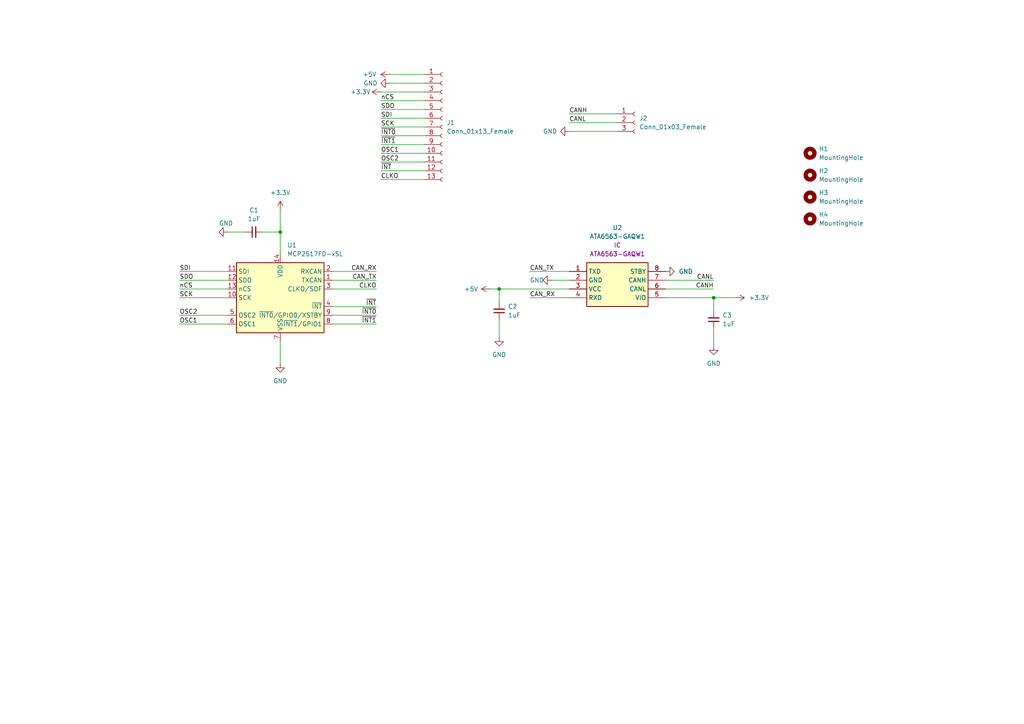
<source format=kicad_sch>
(kicad_sch (version 20211123) (generator eeschema)
  (paper "A4")
  (title_block (title "SPI to can FD transducer") (date "2023-10-23") (company "Group 3 - ME410, EPFL"))
  (lib_symbols
    (symbol "ATA6563-GAQW1:ATA6563-GAQW1"
      (property "Value" "ATA6563-GAQW1" (at 0 0 0))
      (property "Reference_1" "IC" (at 24.13 7.62 0))
      (property "Value_1" "ATA6563-GAQW1" (at 24.13 5.08 0))
      (symbol "ATA6563-GAQW1_1_1"
        (rectangle (start 5.08 2.54) (end 22.86 -10.16) (stroke (width 0.254)) (fill (type background)))
        (pin passive line (at 0 0 0) (length 5.08) (name "TXD") (number "1"))
        (pin passive line (at 0 -2.54 0) (length 5.08) (name "GND") (number "2"))
        (pin passive line (at 0 -5.08 0) (length 5.08) (name "VCC") (number "3"))
        (pin passive line (at 0 -7.62 0) (length 5.08) (name "RXD") (number "4"))
        (pin passive line (at 27.94 -7.62 180) (length 5.08) (name "VIO") (number "5"))
        (pin passive line (at 27.94 -5.08 180) (length 5.08) (name "CANL") (number "6"))
        (pin passive line (at 27.94 -2.54 180) (length 5.08) (name "CANH") (number "7"))
        (pin passive line (at 27.94 0 180) (length 5.08) (name "STBY") (number "8"))
      )
    )
    (symbol "Connector:Conn_01x03_Female" (pin_names (offset 1.016) hide)
      (property "Reference" "J" (at 0 5.08 0))
      (property "Value" "Conn_01x03_Female" (at 0 -5.08 0))
      (symbol "Conn_01x03_Female_1_1"
        (arc (start 0 -2.032) (mid -0.508 -2.54) (end 0 -3.048) (stroke (width 0.1524)))
        (polyline (pts (xy -1.27 -2.54) (xy -0.508 -2.54)) (stroke (width 0.1524)))
        (polyline (pts (xy -1.27 0) (xy -0.508 0)) (stroke (width 0.1524)))
        (polyline (pts (xy -1.27 2.54) (xy -0.508 2.54)) (stroke (width 0.1524)))
        (arc (start 0 0.508) (mid -0.508 0) (end 0 -0.508) (stroke (width 0.1524)))
        (arc (start 0 3.048) (mid -0.508 2.54) (end 0 2.032) (stroke (width 0.1524)))
        (pin passive line (at -5.08 2.54 0) (length 3.81) (name "Pin_1") (number "1"))
        (pin passive line (at -5.08 0 0) (length 3.81) (name "Pin_2") (number "2"))
        (pin passive line (at -5.08 -2.54 0) (length 3.81) (name "Pin_3") (number "3"))
      )
    )
    (symbol "Connector:Conn_01x13_Female" (pin_names (offset 1.016) hide)
      (property "Reference" "J" (at 0 17.78 0))
      (property "Value" "Conn_01x13_Female" (at 0 -17.78 0))
      (symbol "Conn_01x13_Female_1_1"
        (arc (start 0 -14.732) (mid -0.508 -15.24) (end 0 -15.748) (stroke (width 0.1524)))
        (arc (start 0 -12.192) (mid -0.508 -12.7) (end 0 -13.208) (stroke (width 0.1524)))
        (arc (start 0 -9.652) (mid -0.508 -10.16) (end 0 -10.668) (stroke (width 0.1524)))
        (arc (start 0 -7.112) (mid -0.508 -7.62) (end 0 -8.128) (stroke (width 0.1524)))
        (arc (start 0 -4.572) (mid -0.508 -5.08) (end 0 -5.588) (stroke (width 0.1524)))
        (arc (start 0 -2.032) (mid -0.508 -2.54) (end 0 -3.048) (stroke (width 0.1524)))
        (polyline (pts (xy -1.27 -15.24) (xy -0.508 -15.24)) (stroke (width 0.1524)))
        (polyline (pts (xy -1.27 -12.7) (xy -0.508 -12.7)) (stroke (width 0.1524)))
        (polyline (pts (xy -1.27 -10.16) (xy -0.508 -10.16)) (stroke (width 0.1524)))
        (polyline (pts (xy -1.27 -7.62) (xy -0.508 -7.62)) (stroke (width 0.1524)))
        (polyline (pts (xy -1.27 -5.08) (xy -0.508 -5.08)) (stroke (width 0.1524)))
        (polyline (pts (xy -1.27 -2.54) (xy -0.508 -2.54)) (stroke (width 0.1524)))
        (polyline (pts (xy -1.27 0) (xy -0.508 0)) (stroke (width 0.1524)))
        (polyline (pts (xy -1.27 2.54) (xy -0.508 2.54)) (stroke (width 0.1524)))
        (polyline (pts (xy -1.27 5.08) (xy -0.508 5.08)) (stroke (width 0.1524)))
        (polyline (pts (xy -1.27 7.62) (xy -0.508 7.62)) (stroke (width 0.1524)))
        (polyline (pts (xy -1.27 10.16) (xy -0.508 10.16)) (stroke (width 0.1524)))
        (polyline (pts (xy -1.27 12.7) (xy -0.508 12.7)) (stroke (width 0.1524)))
        (polyline (pts (xy -1.27 15.24) (xy -0.508 15.24)) (stroke (width 0.1524)))
        (arc (start 0 0.508) (mid -0.508 0) (end 0 -0.508) (stroke (width 0.1524)))
        (arc (start 0 3.048) (mid -0.508 2.54) (end 0 2.032) (stroke (width 0.1524)))
        (arc (start 0 5.588) (mid -0.508 5.08) (end 0 4.572) (stroke (width 0.1524)))
        (arc (start 0 8.128) (mid -0.508 7.62) (end 0 7.112) (stroke (width 0.1524)))
        (arc (start 0 10.668) (mid -0.508 10.16) (end 0 9.652) (stroke (width 0.1524)))
        (arc (start 0 13.208) (mid -0.508 12.7) (end 0 12.192) (stroke (width 0.1524)))
        (arc (start 0 15.748) (mid -0.508 15.24) (end 0 14.732) (stroke (width 0.1524)))
        (pin passive line (at -5.08 15.24 0) (length 3.81) (name "Pin_1") (number "1"))
        (pin passive line (at -5.08 -7.62 0) (length 3.81) (name "Pin_10") (number "10"))
        (pin passive line (at -5.08 -10.16 0) (length 3.81) (name "Pin_11") (number "11"))
        (pin passive line (at -5.08 -12.7 0) (length 3.81) (name "Pin_12") (number "12"))
        (pin passive line (at -5.08 -15.24 0) (length 3.81) (name "Pin_13") (number "13"))
        (pin passive line (at -5.08 12.7 0) (length 3.81) (name "Pin_2") (number "2"))
        (pin passive line (at -5.08 10.16 0) (length 3.81) (name "Pin_3") (number "3"))
        (pin passive line (at -5.08 7.62 0) (length 3.81) (name "Pin_4") (number "4"))
        (pin passive line (at -5.08 5.08 0) (length 3.81) (name "Pin_5") (number "5"))
        (pin passive line (at -5.08 2.54 0) (length 3.81) (name "Pin_6") (number "6"))
        (pin passive line (at -5.08 0 0) (length 3.81) (name "Pin_7") (number "7"))
        (pin passive line (at -5.08 -2.54 0) (length 3.81) (name "Pin_8") (number "8"))
        (pin passive line (at -5.08 -5.08 0) (length 3.81) (name "Pin_9") (number "9"))
      )
    )
    (symbol "Device:C_Small" (pin_numbers hide) (pin_names (offset 0.254) hide)
      (property "Reference" "C" (at 0.254 1.778 0))
      (property "Value" "C_Small" (at 0.254 -2.032 0))
      (symbol "C_Small_0_1"
        (polyline (pts (xy -1.524 -0.508) (xy 1.524 -0.508)) (stroke (width 0.3302)))
        (polyline (pts (xy -1.524 0.508) (xy 1.524 0.508)) (stroke (width 0.3048)))
      )
      (symbol "C_Small_1_1"
        (pin passive line (at 0 2.54 270) (length 2.032) (name "~") (number "1"))
        (pin passive line (at 0 -2.54 90) (length 2.032) (name "~") (number "2"))
      )
    )
    (symbol "Interface_CAN_LIN:MCP2517FD-xSL"
      (property "Reference" "U" (at -12.7 12.7 0))
      (property "Value" "MCP2517FD-xSL" (at 2.54 12.7 0))
      (symbol "MCP2517FD-xSL_0_1"
        (rectangle (start -12.7 10.16) (end 12.7 -10.16) (stroke (width 0.254)) (fill (type background)))
      )
      (symbol "MCP2517FD-xSL_1_1"
        (pin output line (at 15.24 5.08 180) (length 2.54) (name "TXCAN") (number "1"))
        (pin input line (at -15.24 0 0) (length 2.54) (name "SCK") (number "10"))
        (pin input line (at -15.24 7.62 0) (length 2.54) (name "SDI") (number "11"))
        (pin output line (at -15.24 5.08 0) (length 2.54) (name "SDO") (number "12"))
        (pin input line (at -15.24 2.54 0) (length 2.54) (name "nCS") (number "13"))
        (pin power_in line (at 0 12.7 270) (length 2.54) (name "VDD") (number "14"))
        (pin input line (at 15.24 7.62 180) (length 2.54) (name "RXCAN") (number "2"))
        (pin output line (at 15.24 2.54 180) (length 2.54) (name "CLKO/SOF") (number "3"))
        (pin output line (at 15.24 -2.54 180) (length 2.54) (name "~{INT}") (number "4"))
        (pin output line (at -15.24 -5.08 0) (length 2.54) (name "OSC2") (number "5"))
        (pin input line (at -15.24 -7.62 0) (length 2.54) (name "OSC1") (number "6"))
        (pin power_in line (at 0 -12.7 90) (length 2.54) (name "VSS") (number "7"))
        (pin bidirectional line (at 15.24 -7.62 180) (length 2.54) (name "~{INT1}/GPIO1") (number "8"))
        (pin bidirectional line (at 15.24 -5.08 180) (length 2.54) (name "~{INT0}/GPIO0/XSTBY") (number "9"))
      )
    )
    (symbol "Mechanical:MountingHole" (pin_names (offset 1.016))
      (property "Reference" "H" (at 0 5.08 0))
      (property "Value" "MountingHole" (at 0 3.175 0))
      (symbol "MountingHole_0_1"
        (circle (center 0 0) (radius 1.27) (stroke (width 1.27)))
      )
    )
    (symbol "power:+3.3V" (power) (pin_names (offset 0))
      (property "Value" "+3.3V" (at 0 3.556 0))
      (symbol "+3.3V_0_1"
        (polyline (pts (xy -0.762 1.27) (xy 0 2.54)))
        (polyline (pts (xy 0 0) (xy 0 2.54)))
        (polyline (pts (xy 0 2.54) (xy 0.762 1.27)))
      )
      (symbol "+3.3V_1_1"
        (pin power_in line (at 0 0 90) (length 0) hide (name "+3.3V") (number "1"))
      )
    )
    (symbol "power:+5V" (power) (pin_names (offset 0))
      (property "Value" "+5V" (at 0 3.556 0))
      (symbol "+5V_0_1"
        (polyline (pts (xy -0.762 1.27) (xy 0 2.54)))
        (polyline (pts (xy 0 0) (xy 0 2.54)))
        (polyline (pts (xy 0 2.54) (xy 0.762 1.27)))
      )
      (symbol "+5V_1_1"
        (pin power_in line (at 0 0 90) (length 0) hide (name "+5V") (number "1"))
      )
    )
    (symbol "power:GND" (power) (pin_names (offset 0))
      (property "Value" "GND" (at 0 -3.81 0))
      (symbol "GND_0_1"
        (polyline (pts (xy 0 0) (xy 0 -1.27) (xy 1.27 -1.27) (xy 0 -2.54) (xy -1.27 -1.27) (xy 0 -1.27)))
      )
      (symbol "GND_1_1"
        (pin power_in line (at 0 0 270) (length 0) hide (name "GND") (number "1"))
      )
    )
  )
  (junction (at 81.28 67.31))
  (junction (at 144.78 83.82))
  (junction (at 207.01 86.36))
  (wire (pts (xy 207.01 100.33) (xy 207.01 95.25)))
  (wire (pts (xy 81.28 60.96) (xy 81.28 67.31)))
  (wire (pts (xy 142.24 83.82) (xy 144.78 83.82)))
  (wire (pts (xy 52.07 93.98) (xy 66.04 93.98)))
  (wire (pts (xy 144.78 83.82) (xy 144.78 87.63)))
  (wire (pts (xy 110.49 39.37) (xy 123.19 39.37)))
  (wire (pts (xy 144.78 83.82) (xy 165.1 83.82)))
  (wire (pts (xy 179.07 35.56) (xy 165.1 35.56)))
  (wire (pts (xy 81.28 67.31) (xy 81.28 73.66)))
  (wire (pts (xy 193.04 86.36) (xy 207.01 86.36)))
  (wire (pts (xy 207.01 86.36) (xy 207.01 90.17)))
  (wire (pts (xy 96.52 88.9) (xy 109.22 88.9)))
  (wire (pts (xy 76.2 67.31) (xy 81.28 67.31)))
  (wire (pts (xy 96.52 93.98) (xy 109.22 93.98)))
  (wire (pts (xy 165.1 33.02) (xy 179.07 33.02)))
  (wire (pts (xy 96.52 81.28) (xy 109.22 81.28)))
  (wire (pts (xy 113.03 24.13) (xy 123.19 24.13)))
  (wire (pts (xy 110.49 31.75) (xy 123.19 31.75)))
  (wire (pts (xy 66.04 67.31) (xy 71.12 67.31)))
  (wire (pts (xy 144.78 97.79) (xy 144.78 92.71)))
  (wire (pts (xy 193.04 81.28) (xy 207.01 81.28)))
  (wire (pts (xy 113.03 21.59) (xy 123.19 21.59)))
  (wire (pts (xy 52.07 83.82) (xy 66.04 83.82)))
  (wire (pts (xy 52.07 91.44) (xy 66.04 91.44)))
  (wire (pts (xy 96.52 91.44) (xy 109.22 91.44)))
  (wire (pts (xy 123.19 46.99) (xy 110.49 46.99)))
  (wire (pts (xy 153.67 78.74) (xy 165.1 78.74)))
  (wire (pts (xy 110.49 34.29) (xy 123.19 34.29)))
  (wire (pts (xy 110.49 44.45) (xy 123.19 44.45)))
  (wire (pts (xy 81.28 99.06) (xy 81.28 105.41)))
  (wire (pts (xy 52.07 78.74) (xy 66.04 78.74)))
  (wire (pts (xy 52.07 81.28) (xy 66.04 81.28)))
  (wire (pts (xy 110.49 41.91) (xy 123.19 41.91)))
  (wire (pts (xy 110.49 26.67) (xy 123.19 26.67)))
  (wire (pts (xy 179.07 38.1) (xy 165.1 38.1)))
  (wire (pts (xy 160.02 81.28) (xy 165.1 81.28)))
  (wire (pts (xy 123.19 49.53) (xy 110.49 49.53)))
  (wire (pts (xy 96.52 78.74) (xy 109.22 78.74)))
  (wire (pts (xy 96.52 83.82) (xy 109.22 83.82)))
  (wire (pts (xy 52.07 86.36) (xy 66.04 86.36)))
  (wire (pts (xy 123.19 52.07) (xy 110.49 52.07)))
  (wire (pts (xy 193.04 83.82) (xy 207.01 83.82)))
  (wire (pts (xy 110.49 29.21) (xy 123.19 29.21)))
  (wire (pts (xy 207.01 86.36) (xy 213.36 86.36)))
  (wire (pts (xy 153.67 86.36) (xy 165.1 86.36)))
  (wire (pts (xy 110.49 36.83) (xy 123.19 36.83)))
  (label "~{INT0}" (at 109.22 91.44 180))
  (label "CLKO" (at 110.49 52.07 0))
  (label "CANH" (at 207.01 83.82 180))
  (label "CLKO" (at 109.22 83.82 180))
  (label "nCS" (at 110.49 29.21 0))
  (label "~{INT}" (at 110.49 49.53 0))
  (label "~{INT0}" (at 110.49 39.37 0))
  (label "CAN_RX" (at 153.67 86.36 0))
  (label "OSC2" (at 52.07 91.44 0))
  (label "SCK" (at 52.07 86.36 0))
  (label "SDI" (at 52.07 78.74 0))
  (label "OSC1" (at 52.07 93.98 0))
  (label "OSC2" (at 110.49 46.99 0))
  (label "SDI" (at 110.49 34.29 0))
  (label "nCS" (at 52.07 83.82 0))
  (label "SDO" (at 110.49 31.75 0))
  (label "CAN_RX" (at 109.22 78.74 180))
  (label "~{INT}" (at 109.22 88.9 180))
  (label "OSC1" (at 110.49 44.45 0))
  (label "CAN_TX" (at 153.67 78.74 0))
  (label "~{INT1}" (at 109.22 93.98 180))
  (label "SCK" (at 110.49 36.83 0))
  (label "~{INT1}" (at 110.49 41.91 0))
  (label "CANL" (at 207.01 81.28 180))
  (label "CANH" (at 165.1 33.02 0))
  (label "CAN_TX" (at 109.22 81.28 180))
  (label "CANL" (at 165.1 35.56 0))
  (label "SDO" (at 52.07 81.28 0))
  (symbol (lib_id "power:GND") (at 165.1 38.1 270) (unit 1)
    (property "Reference" "#PWR?" (effects hide))
    (property "Value" "GND" (at 157.48 38.1 90) (effects (justify left)))
  )
  (symbol (lib_id "power:GND") (at 144.78 97.79 0) (unit 1)
    (property "Reference" "#PWR0101" (effects hide))
    (property "Value" "GND" (at 144.78 102.87 0))
  )
  (symbol (lib_id "Device:C_Small") (at 207.01 92.71 180) (unit 1)
    (property "Reference" "C3" (at 209.55 91.4335 0) (effects (justify right)))
    (property "Value" "1uF" (at 209.55 93.9735 0) (effects (justify right)))
    (property "Footprint" "Capacitor_SMD:C_0603_1608Metric" (effects hide))
  )
  (symbol (lib_id "Mechanical:MountingHole") (at 234.95 57.15 0) (unit 1)
    (property "Reference" "H3" (at 237.49 55.8799 0) (effects (justify left)))
    (property "Value" "MountingHole" (at 237.49 58.4199 0) (effects (justify left)))
    (property "Footprint" "MountingHole:MountingHole_3.2mm_M3_DIN965_Pad_TopOnly" (effects hide))
  )
  (symbol (lib_id "power:+3.3V") (at 110.49 26.67 90) (unit 1)
    (property "Reference" "#PWR0111" (effects hide))
    (property "Value" "+3.3V" (at 101.6 26.67 90) (effects (justify right)))
  )
  (symbol (lib_id "ATA6563-GAQW1:ATA6563-GAQW1") (at 165.1 78.74 0) (unit 1)
    (property "Reference" "U2" (at 179.07 66.04 0))
    (property "Value" "ATA6563-GAQW1" (at 179.07 68.58 0))
    (property "Footprint" "ATA6563-GAQW1:SOIC127P600X175-8N" (effects hide))
    (property "Reference_1" "IC" (at 179.07 71.12 0))
    (property "Value_1" "ATA6563-GAQW1" (at 179.07 73.66 0))
    (property "Footprint_1" "SOIC127P600X175-8N" (effects hide))
    (property "Datasheet_1" "https://datasheet.datasheetarchive.com/originals/distributors/DKDS-39/8187.pdf" (effects hide))
    (property "Height" "1.75" (effects hide))
    (property "Mouser Part Number" "579-ATA6563-GAQW1" (effects hide))
    (property "Mouser Price/Stock" "https://www.mouser.co.uk/ProductDetail/Microchip-Technology/ATA6563-GAQW1?qs=byeeYqUIh0Or75RXPLSWhg%3D%3D" (effects hide))
    (property "Manufacturer_Name" "Microchip" (effects hide))
    (property "Manufacturer_Part_Number" "ATA6563-GAQW1" (effects hide))
  )
  (symbol (lib_id "Mechanical:MountingHole") (at 234.95 63.5 0) (unit 1)
    (property "Reference" "H4" (at 237.49 62.2299 0) (effects (justify left)))
    (property "Value" "MountingHole" (at 237.49 64.7699 0) (effects (justify left)))
    (property "Footprint" "MountingHole:MountingHole_3.2mm_M3_DIN965_Pad_TopOnly" (effects hide))
  )
  (symbol (lib_id "Interface_CAN_LIN:MCP2517FD-xSL") (at 81.28 86.36 0) (unit 1)
    (property "Reference" "U1" (at 83.2994 71.12 0) (effects (justify left)))
    (property "Value" "MCP2517FD-xSL" (at 83.2994 73.66 0) (effects (justify left)))
    (property "Footprint" "Package_SO:SOIC-14_3.9x8.7mm_P1.27mm" (effects hide))
    (property "Datasheet" "https://ww1.microchip.com/downloads/en/DeviceDoc/20005688A.pdf" (effects hide))
  )
  (symbol (lib_id "power:GND") (at 66.04 67.31 270) (unit 1)
    (property "Reference" "#PWR0104" (effects hide))
    (property "Value" "GND" (at 63.5 64.77 90) (effects (justify left)))
  )
  (symbol (lib_id "power:GND") (at 81.28 105.41 0) (unit 1)
    (property "Reference" "#PWR0110" (effects hide))
    (property "Value" "GND" (at 81.28 110.49 0))
  )
  (symbol (lib_id "Mechanical:MountingHole") (at 234.95 50.8 0) (unit 1)
    (property "Reference" "H2" (at 237.49 49.5299 0) (effects (justify left)))
    (property "Value" "MountingHole" (at 237.49 52.0699 0) (effects (justify left)))
    (property "Footprint" "MountingHole:MountingHole_3.2mm_M3_DIN965_Pad_TopOnly" (effects hide))
  )
  (symbol (lib_id "Connector:Conn_01x03_Female") (at 184.15 35.56 0) (unit 1)
    (property "Reference" "J2" (at 185.42 34.2899 0) (effects (justify left)))
    (property "Value" "Conn_01x03_Female" (at 185.42 36.8299 0) (effects (justify left)))
    (property "Footprint" "Connector_JST:JST_PH_B3B-PH-K_1x03_P2.00mm_Vertical" (effects hide))
  )
  (symbol (lib_id "power:GND") (at 160.02 81.28 270) (unit 1)
    (property "Reference" "#PWR0105" (effects hide))
    (property "Value" "GND" (at 153.67 81.28 90) (effects (justify left)))
  )
  (symbol (lib_id "Mechanical:MountingHole") (at 234.95 44.45 0) (unit 1)
    (property "Reference" "H1" (at 237.49 43.1799 0) (effects (justify left)))
    (property "Value" "MountingHole" (at 237.49 45.7199 0) (effects (justify left)))
    (property "Footprint" "MountingHole:MountingHole_3.2mm_M3_DIN965_Pad_TopOnly" (effects hide))
  )
  (symbol (lib_id "power:+5V") (at 113.03 21.59 90) (unit 1)
    (property "Reference" "#PWR0108" (effects hide))
    (property "Value" "+5V" (at 109.22 21.5899 90) (effects (justify left)))
  )
  (symbol (lib_id "power:+3.3V") (at 81.28 60.96 0) (unit 1)
    (property "Reference" "#PWR0103" (effects hide))
    (property "Value" "+3.3V" (at 81.28 55.88 0))
  )
  (symbol (lib_id "Device:C_Small") (at 73.66 67.31 90) (unit 1)
    (property "Reference" "C1" (at 73.6663 60.96 90))
    (property "Value" "1uF" (at 73.6663 63.5 90))
    (property "Footprint" "Capacitor_SMD:C_0603_1608Metric" (effects hide))
  )
  (symbol (lib_id "Connector:Conn_01x13_Female") (at 128.27 36.83 0) (unit 1)
    (property "Reference" "J1" (at 129.54 35.5599 0) (effects (justify left)))
    (property "Value" "Conn_01x13_Female" (at 129.54 38.0999 0) (effects (justify left)))
    (property "Footprint" "Connector_PinSocket_2.54mm:PinSocket_1x13_P2.54mm_Vertical" (effects hide))
  )
  (symbol (lib_id "power:+5V") (at 142.24 83.82 90) (unit 1)
    (property "Reference" "#PWR0109" (effects hide))
    (property "Value" "+5V" (at 134.62 83.82 90) (effects (justify right)))
  )
  (symbol (lib_id "power:GND") (at 207.01 100.33 0) (unit 1)
    (property "Reference" "#PWR0107" (effects hide))
    (property "Value" "GND" (at 207.01 105.41 0))
  )
  (symbol (lib_id "Device:C_Small") (at 144.78 90.17 180) (unit 1)
    (property "Reference" "C2" (at 147.32 88.8935 0) (effects (justify right)))
    (property "Value" "1uF" (at 147.32 91.4335 0) (effects (justify right)))
    (property "Footprint" "Capacitor_SMD:C_0603_1608Metric" (effects hide))
  )
  (symbol (lib_id "power:GND") (at 113.03 24.13 270) (unit 1)
    (property "Reference" "#PWR0112" (effects hide))
    (property "Value" "GND" (at 105.41 24.13 90) (effects (justify left)))
  )
  (symbol (lib_id "power:GND") (at 193.04 78.74 90) (unit 1)
    (property "Reference" "#PWR0102" (effects hide))
    (property "Value" "GND" (at 196.85 78.7399 90) (effects (justify right)))
  )
  (symbol (lib_id "power:+3.3V") (at 213.36 86.36 270) (unit 1)
    (property "Reference" "#PWR0106" (effects hide))
    (property "Value" "+3.3V" (at 217.17 86.3599 90) (effects (justify left)))
  )
)
</source>
